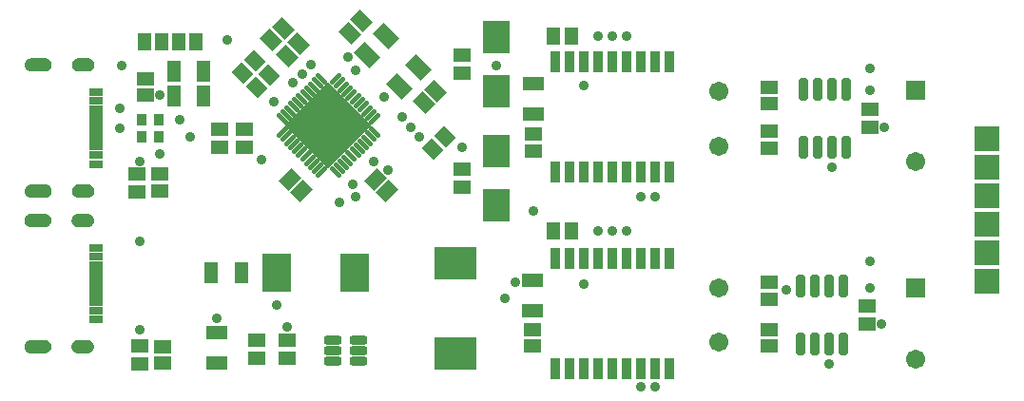
<source format=gbr>
%TF.GenerationSoftware,Altium Limited,Altium Designer,22.1.2 (22)*%
G04 Layer_Color=8388736*
%FSLAX44Y44*%
%MOMM*%
%TF.SameCoordinates,D2A5B157-11BA-4D30-A4C3-CA4352B12235*%
%TF.FilePolarity,Negative*%
%TF.FileFunction,Soldermask,Top*%
%TF.Part,Single*%
G01*
G75*
%TA.AperFunction,ComponentPad*%
%ADD45C,1.7032*%
%ADD46R,1.7032X1.7032*%
%ADD47R,2.2032X2.2032*%
%TA.AperFunction,ViaPad*%
%ADD48C,0.9032*%
%TA.AperFunction,SMDPad,CuDef*%
%ADD54P,7.6413X4X180.0*%
G04:AMPARAMS|DCode=55|XSize=1.2132mm|YSize=0.4632mm|CornerRadius=0.1341mm|HoleSize=0mm|Usage=FLASHONLY|Rotation=135.000|XOffset=0mm|YOffset=0mm|HoleType=Round|Shape=RoundedRectangle|*
%AMROUNDEDRECTD55*
21,1,1.2132,0.1950,0,0,135.0*
21,1,0.9450,0.4632,0,0,135.0*
1,1,0.2682,-0.2652,0.4031*
1,1,0.2682,0.4031,-0.2652*
1,1,0.2682,0.2652,-0.4031*
1,1,0.2682,-0.4031,0.2652*
%
%ADD55ROUNDEDRECTD55*%
G04:AMPARAMS|DCode=56|XSize=0.4632mm|YSize=1.2132mm|CornerRadius=0.1341mm|HoleSize=0mm|Usage=FLASHONLY|Rotation=135.000|XOffset=0mm|YOffset=0mm|HoleType=Round|Shape=RoundedRectangle|*
%AMROUNDEDRECTD56*
21,1,0.4632,0.9450,0,0,135.0*
21,1,0.1950,1.2132,0,0,135.0*
1,1,0.2682,0.2652,0.4031*
1,1,0.2682,0.4031,0.2652*
1,1,0.2682,-0.2652,-0.4031*
1,1,0.2682,-0.4031,-0.2652*
%
%ADD56ROUNDEDRECTD56*%
G04:AMPARAMS|DCode=57|XSize=1.6032mm|YSize=1.3032mm|CornerRadius=0mm|HoleSize=0mm|Usage=FLASHONLY|Rotation=315.000|XOffset=0mm|YOffset=0mm|HoleType=Round|Shape=Rectangle|*
%AMROTATEDRECTD57*
4,1,4,-1.0276,0.1061,-0.1061,1.0276,1.0276,-0.1061,0.1061,-1.0276,-1.0276,0.1061,0.0*
%
%ADD57ROTATEDRECTD57*%

%ADD58R,1.3032X0.8032*%
%ADD59R,1.3032X0.5032*%
%ADD60R,1.2032X1.5032*%
%ADD61R,1.5032X1.2032*%
G04:AMPARAMS|DCode=62|XSize=1.9532mm|YSize=0.7932mm|CornerRadius=0.1754mm|HoleSize=0mm|Usage=FLASHONLY|Rotation=90.000|XOffset=0mm|YOffset=0mm|HoleType=Round|Shape=RoundedRectangle|*
%AMROUNDEDRECTD62*
21,1,1.9532,0.4425,0,0,90.0*
21,1,1.6025,0.7932,0,0,90.0*
1,1,0.3507,0.2213,0.8012*
1,1,0.3507,0.2213,-0.8012*
1,1,0.3507,-0.2213,-0.8012*
1,1,0.3507,-0.2213,0.8012*
%
%ADD62ROUNDEDRECTD62*%
%ADD63R,1.6032X1.3032*%
%ADD64R,1.9032X1.3032*%
%ADD65R,0.9652X1.9812*%
%ADD66R,2.4032X3.0032*%
G04:AMPARAMS|DCode=67|XSize=1.5032mm|YSize=1.2032mm|CornerRadius=0mm|HoleSize=0mm|Usage=FLASHONLY|Rotation=135.000|XOffset=0mm|YOffset=0mm|HoleType=Round|Shape=Rectangle|*
%AMROTATEDRECTD67*
4,1,4,0.9569,-0.1061,0.1061,-0.9569,-0.9569,0.1061,-0.1061,0.9569,0.9569,-0.1061,0.0*
%
%ADD67ROTATEDRECTD67*%

G04:AMPARAMS|DCode=68|XSize=1.6032mm|YSize=1.3032mm|CornerRadius=0mm|HoleSize=0mm|Usage=FLASHONLY|Rotation=225.000|XOffset=0mm|YOffset=0mm|HoleType=Round|Shape=Rectangle|*
%AMROTATEDRECTD68*
4,1,4,0.1061,1.0276,1.0276,0.1061,-0.1061,-1.0276,-1.0276,-0.1061,0.1061,1.0276,0.0*
%
%ADD68ROTATEDRECTD68*%

G04:AMPARAMS|DCode=69|XSize=1.4032mm|YSize=2.0032mm|CornerRadius=0mm|HoleSize=0mm|Usage=FLASHONLY|Rotation=45.000|XOffset=0mm|YOffset=0mm|HoleType=Round|Shape=Rectangle|*
%AMROTATEDRECTD69*
4,1,4,0.2121,-1.2044,-1.2044,0.2121,-0.2121,1.2044,1.2044,-0.2121,0.2121,-1.2044,0.0*
%
%ADD69ROTATEDRECTD69*%

%ADD70R,1.3032X1.9032*%
%ADD71R,0.9032X1.1032*%
%ADD72R,3.8032X2.8532*%
G04:AMPARAMS|DCode=73|XSize=1.5732mm|YSize=0.7932mm|CornerRadius=0.2491mm|HoleSize=0mm|Usage=FLASHONLY|Rotation=180.000|XOffset=0mm|YOffset=0mm|HoleType=Round|Shape=RoundedRectangle|*
%AMROUNDEDRECTD73*
21,1,1.5732,0.2950,0,0,180.0*
21,1,1.0750,0.7932,0,0,180.0*
1,1,0.4982,-0.5375,0.1475*
1,1,0.4982,0.5375,0.1475*
1,1,0.4982,0.5375,-0.1475*
1,1,0.4982,-0.5375,-0.1475*
%
%ADD73ROUNDEDRECTD73*%
%ADD74R,2.6032X3.5032*%
G36*
X311992Y963486D02*
X311967Y963173D01*
X311926Y962861D01*
X311869Y962552D01*
X311796Y962247D01*
X311706Y961946D01*
X311602Y961650D01*
X311481Y961360D01*
X311346Y961076D01*
X311196Y960800D01*
X311032Y960532D01*
X310854Y960273D01*
X310663Y960024D01*
X310459Y959785D01*
X310243Y959557D01*
X310015Y959341D01*
X309776Y959137D01*
X309527Y958946D01*
X309268Y958768D01*
X309000Y958604D01*
X308724Y958454D01*
X308440Y958319D01*
X308150Y958198D01*
X307854Y958094D01*
X307553Y958004D01*
X307248Y957931D01*
X306939Y957874D01*
X306627Y957833D01*
X306314Y957808D01*
X306000Y957800D01*
X300000D01*
X294000D01*
X293686Y957808D01*
X293373Y957833D01*
X293061Y957874D01*
X292753Y957931D01*
X292447Y958004D01*
X292146Y958094D01*
X291850Y958198D01*
X291560Y958319D01*
X291276Y958454D01*
X291000Y958604D01*
X290732Y958768D01*
X290473Y958946D01*
X290224Y959137D01*
X289985Y959341D01*
X289757Y959557D01*
X289541Y959785D01*
X289337Y960024D01*
X289146Y960273D01*
X288968Y960532D01*
X288804Y960800D01*
X288654Y961076D01*
X288519Y961360D01*
X288398Y961650D01*
X288294Y961946D01*
X288204Y962247D01*
X288131Y962552D01*
X288074Y962861D01*
X288033Y963173D01*
X288008Y963486D01*
X288000Y963800D01*
X288008Y964114D01*
X288033Y964427D01*
X288074Y964739D01*
X288131Y965048D01*
X288204Y965353D01*
X288294Y965654D01*
X288398Y965950D01*
X288519Y966240D01*
X288654Y966524D01*
X288804Y966800D01*
X288968Y967068D01*
X289146Y967327D01*
X289337Y967576D01*
X289541Y967815D01*
X289757Y968043D01*
X289985Y968259D01*
X290224Y968463D01*
X290473Y968654D01*
X290732Y968832D01*
X291000Y968996D01*
X291276Y969146D01*
X291560Y969281D01*
X291850Y969401D01*
X292146Y969506D01*
X292447Y969595D01*
X292753Y969669D01*
X293061Y969726D01*
X293373Y969767D01*
X293686Y969792D01*
X294000Y969800D01*
X300000D01*
X306000D01*
X306314Y969792D01*
X306627Y969767D01*
X306939Y969726D01*
X307248Y969669D01*
X307553Y969595D01*
X307854Y969506D01*
X308150Y969401D01*
X308440Y969281D01*
X308724Y969146D01*
X309000Y968996D01*
X309268Y968832D01*
X309527Y968654D01*
X309776Y968463D01*
X310015Y968259D01*
X310243Y968043D01*
X310459Y967815D01*
X310663Y967576D01*
X310854Y967327D01*
X311032Y967068D01*
X311196Y966800D01*
X311346Y966524D01*
X311481Y966240D01*
X311602Y965950D01*
X311706Y965654D01*
X311796Y965353D01*
X311869Y965048D01*
X311926Y964739D01*
X311967Y964427D01*
X311992Y964114D01*
X312000Y963800D01*
X311992Y963486D01*
D02*
G37*
G36*
X349992D02*
X349967Y963173D01*
X349926Y962861D01*
X349869Y962552D01*
X349796Y962247D01*
X349706Y961946D01*
X349602Y961650D01*
X349481Y961360D01*
X349346Y961076D01*
X349196Y960800D01*
X349032Y960532D01*
X348854Y960273D01*
X348663Y960024D01*
X348459Y959785D01*
X348243Y959557D01*
X348015Y959341D01*
X347776Y959137D01*
X347527Y958946D01*
X347268Y958768D01*
X347000Y958604D01*
X346724Y958454D01*
X346440Y958319D01*
X346150Y958198D01*
X345854Y958094D01*
X345553Y958004D01*
X345247Y957931D01*
X344939Y957874D01*
X344627Y957833D01*
X344314Y957808D01*
X344000Y957800D01*
X336000D01*
X335686Y957808D01*
X335373Y957833D01*
X335061Y957874D01*
X334753Y957931D01*
X334447Y958004D01*
X334146Y958094D01*
X333850Y958198D01*
X333560Y958319D01*
X333276Y958454D01*
X333000Y958604D01*
X332732Y958768D01*
X332473Y958946D01*
X332224Y959137D01*
X331985Y959341D01*
X331757Y959557D01*
X331541Y959785D01*
X331337Y960024D01*
X331146Y960273D01*
X330968Y960532D01*
X330804Y960800D01*
X330654Y961076D01*
X330519Y961360D01*
X330398Y961650D01*
X330294Y961946D01*
X330204Y962247D01*
X330131Y962552D01*
X330074Y962861D01*
X330033Y963173D01*
X330008Y963486D01*
X330000Y963800D01*
X330008Y964114D01*
X330033Y964427D01*
X330074Y964739D01*
X330131Y965048D01*
X330204Y965353D01*
X330294Y965654D01*
X330398Y965950D01*
X330519Y966240D01*
X330654Y966524D01*
X330804Y966800D01*
X330968Y967068D01*
X331146Y967327D01*
X331337Y967576D01*
X331541Y967815D01*
X331757Y968043D01*
X331985Y968259D01*
X332224Y968463D01*
X332473Y968654D01*
X332732Y968832D01*
X333000Y968996D01*
X333276Y969146D01*
X333560Y969281D01*
X333850Y969401D01*
X334146Y969506D01*
X334447Y969595D01*
X334753Y969669D01*
X335061Y969726D01*
X335373Y969767D01*
X335686Y969792D01*
X336000Y969800D01*
X344000D01*
X344314Y969792D01*
X344627Y969767D01*
X344939Y969726D01*
X345247Y969669D01*
X345553Y969595D01*
X345854Y969506D01*
X346150Y969401D01*
X346440Y969281D01*
X346724Y969146D01*
X347000Y968996D01*
X347268Y968832D01*
X347527Y968654D01*
X347776Y968463D01*
X348015Y968259D01*
X348243Y968043D01*
X348459Y967815D01*
X348663Y967576D01*
X348854Y967327D01*
X349032Y967068D01*
X349196Y966800D01*
X349346Y966524D01*
X349481Y966240D01*
X349602Y965950D01*
X349706Y965654D01*
X349796Y965353D01*
X349869Y965048D01*
X349926Y964739D01*
X349967Y964427D01*
X349992Y964114D01*
X350000Y963800D01*
X349992Y963486D01*
D02*
G37*
G36*
X311992Y1075886D02*
X311967Y1075573D01*
X311926Y1075261D01*
X311869Y1074952D01*
X311796Y1074647D01*
X311706Y1074346D01*
X311602Y1074050D01*
X311481Y1073760D01*
X311346Y1073476D01*
X311196Y1073200D01*
X311032Y1072932D01*
X310854Y1072673D01*
X310663Y1072424D01*
X310459Y1072185D01*
X310243Y1071957D01*
X310015Y1071741D01*
X309776Y1071537D01*
X309527Y1071346D01*
X309268Y1071168D01*
X309000Y1071004D01*
X308724Y1070854D01*
X308440Y1070719D01*
X308150Y1070599D01*
X307854Y1070494D01*
X307553Y1070404D01*
X307248Y1070331D01*
X306939Y1070274D01*
X306627Y1070233D01*
X306314Y1070208D01*
X306000Y1070200D01*
X294000D01*
X293686Y1070208D01*
X293373Y1070233D01*
X293061Y1070274D01*
X292753Y1070331D01*
X292447Y1070404D01*
X292146Y1070494D01*
X291850Y1070599D01*
X291560Y1070719D01*
X291276Y1070854D01*
X291000Y1071004D01*
X290732Y1071168D01*
X290473Y1071346D01*
X290224Y1071537D01*
X289985Y1071741D01*
X289757Y1071957D01*
X289541Y1072185D01*
X289337Y1072424D01*
X289146Y1072673D01*
X288968Y1072932D01*
X288804Y1073200D01*
X288654Y1073476D01*
X288519Y1073760D01*
X288398Y1074050D01*
X288294Y1074346D01*
X288204Y1074647D01*
X288131Y1074952D01*
X288074Y1075261D01*
X288033Y1075573D01*
X288008Y1075886D01*
X288000Y1076200D01*
X288008Y1076514D01*
X288033Y1076827D01*
X288074Y1077139D01*
X288131Y1077448D01*
X288204Y1077753D01*
X288294Y1078054D01*
X288398Y1078350D01*
X288519Y1078640D01*
X288654Y1078924D01*
X288804Y1079200D01*
X288968Y1079468D01*
X289146Y1079727D01*
X289337Y1079976D01*
X289541Y1080215D01*
X289757Y1080443D01*
X289985Y1080659D01*
X290224Y1080863D01*
X290473Y1081054D01*
X290732Y1081232D01*
X291000Y1081396D01*
X291276Y1081546D01*
X291560Y1081681D01*
X291850Y1081802D01*
X292146Y1081906D01*
X292447Y1081996D01*
X292753Y1082069D01*
X293061Y1082126D01*
X293373Y1082167D01*
X293686Y1082192D01*
X294000Y1082200D01*
X306000D01*
X306314Y1082192D01*
X306627Y1082167D01*
X306939Y1082126D01*
X307248Y1082069D01*
X307553Y1081996D01*
X307854Y1081906D01*
X308150Y1081802D01*
X308440Y1081681D01*
X308724Y1081546D01*
X309000Y1081396D01*
X309268Y1081232D01*
X309527Y1081054D01*
X309776Y1080863D01*
X310015Y1080659D01*
X310243Y1080443D01*
X310459Y1080215D01*
X310663Y1079976D01*
X310854Y1079727D01*
X311032Y1079468D01*
X311196Y1079200D01*
X311346Y1078924D01*
X311481Y1078640D01*
X311602Y1078350D01*
X311706Y1078054D01*
X311796Y1077753D01*
X311869Y1077448D01*
X311926Y1077139D01*
X311967Y1076827D01*
X311992Y1076514D01*
X312000Y1076200D01*
X311992Y1075886D01*
D02*
G37*
G36*
X349992D02*
X349967Y1075573D01*
X349926Y1075261D01*
X349869Y1074952D01*
X349796Y1074647D01*
X349706Y1074346D01*
X349602Y1074050D01*
X349481Y1073760D01*
X349346Y1073476D01*
X349196Y1073200D01*
X349032Y1072932D01*
X348854Y1072673D01*
X348663Y1072424D01*
X348459Y1072185D01*
X348243Y1071957D01*
X348015Y1071741D01*
X347776Y1071537D01*
X347527Y1071346D01*
X347268Y1071168D01*
X347000Y1071004D01*
X346724Y1070854D01*
X346440Y1070719D01*
X346150Y1070599D01*
X345854Y1070494D01*
X345553Y1070404D01*
X345247Y1070331D01*
X344939Y1070274D01*
X344627Y1070233D01*
X344314Y1070208D01*
X344000Y1070200D01*
X336000D01*
X335686Y1070208D01*
X335373Y1070233D01*
X335061Y1070274D01*
X334753Y1070331D01*
X334447Y1070404D01*
X334146Y1070494D01*
X333850Y1070599D01*
X333560Y1070719D01*
X333276Y1070854D01*
X333000Y1071004D01*
X332732Y1071168D01*
X332473Y1071346D01*
X332224Y1071537D01*
X331985Y1071741D01*
X331757Y1071957D01*
X331541Y1072185D01*
X331337Y1072424D01*
X331146Y1072673D01*
X330968Y1072932D01*
X330804Y1073200D01*
X330654Y1073476D01*
X330519Y1073760D01*
X330398Y1074050D01*
X330294Y1074346D01*
X330204Y1074647D01*
X330131Y1074952D01*
X330074Y1075261D01*
X330033Y1075573D01*
X330008Y1075886D01*
X330000Y1076200D01*
X330008Y1076514D01*
X330033Y1076827D01*
X330074Y1077139D01*
X330131Y1077448D01*
X330204Y1077753D01*
X330294Y1078054D01*
X330398Y1078350D01*
X330519Y1078640D01*
X330654Y1078924D01*
X330804Y1079200D01*
X330968Y1079468D01*
X331146Y1079727D01*
X331337Y1079976D01*
X331541Y1080215D01*
X331757Y1080443D01*
X331985Y1080659D01*
X332224Y1080863D01*
X332473Y1081054D01*
X332732Y1081232D01*
X333000Y1081396D01*
X333276Y1081546D01*
X333560Y1081681D01*
X333850Y1081802D01*
X334146Y1081906D01*
X334447Y1081996D01*
X334753Y1082069D01*
X335061Y1082126D01*
X335373Y1082167D01*
X335686Y1082192D01*
X336000Y1082200D01*
X344000D01*
X344314Y1082192D01*
X344627Y1082167D01*
X344939Y1082126D01*
X345247Y1082069D01*
X345553Y1081996D01*
X345854Y1081906D01*
X346150Y1081802D01*
X346440Y1081681D01*
X346724Y1081546D01*
X347000Y1081396D01*
X347268Y1081232D01*
X347527Y1081054D01*
X347776Y1080863D01*
X348015Y1080659D01*
X348243Y1080443D01*
X348459Y1080215D01*
X348663Y1079976D01*
X348854Y1079727D01*
X349032Y1079468D01*
X349196Y1079200D01*
X349346Y1078924D01*
X349481Y1078640D01*
X349602Y1078350D01*
X349706Y1078054D01*
X349796Y1077753D01*
X349869Y1077448D01*
X349926Y1077139D01*
X349967Y1076827D01*
X349992Y1076514D01*
X350000Y1076200D01*
X349992Y1075886D01*
D02*
G37*
G36*
X312352Y1102046D02*
X312327Y1101733D01*
X312286Y1101421D01*
X312229Y1101113D01*
X312156Y1100807D01*
X312066Y1100506D01*
X311961Y1100210D01*
X311841Y1099920D01*
X311706Y1099636D01*
X311556Y1099360D01*
X311392Y1099092D01*
X311214Y1098833D01*
X311023Y1098584D01*
X310819Y1098345D01*
X310603Y1098117D01*
X310375Y1097901D01*
X310136Y1097697D01*
X309887Y1097506D01*
X309628Y1097328D01*
X309360Y1097164D01*
X309084Y1097014D01*
X308800Y1096879D01*
X308510Y1096758D01*
X308214Y1096654D01*
X307913Y1096564D01*
X307607Y1096491D01*
X307299Y1096434D01*
X306987Y1096393D01*
X306674Y1096368D01*
X306360Y1096360D01*
X300360D01*
X294360D01*
X294046Y1096368D01*
X293733Y1096393D01*
X293421Y1096434D01*
X293113Y1096491D01*
X292807Y1096564D01*
X292506Y1096654D01*
X292210Y1096758D01*
X291920Y1096879D01*
X291636Y1097014D01*
X291360Y1097164D01*
X291092Y1097328D01*
X290833Y1097506D01*
X290584Y1097697D01*
X290345Y1097901D01*
X290117Y1098117D01*
X289901Y1098345D01*
X289697Y1098584D01*
X289506Y1098833D01*
X289328Y1099092D01*
X289164Y1099360D01*
X289014Y1099636D01*
X288879Y1099920D01*
X288759Y1100210D01*
X288654Y1100506D01*
X288564Y1100807D01*
X288491Y1101113D01*
X288434Y1101421D01*
X288393Y1101733D01*
X288368Y1102046D01*
X288360Y1102360D01*
X288368Y1102674D01*
X288393Y1102987D01*
X288434Y1103299D01*
X288491Y1103607D01*
X288564Y1103913D01*
X288654Y1104214D01*
X288759Y1104510D01*
X288879Y1104800D01*
X289014Y1105084D01*
X289164Y1105360D01*
X289328Y1105628D01*
X289506Y1105887D01*
X289697Y1106136D01*
X289901Y1106375D01*
X290117Y1106603D01*
X290345Y1106819D01*
X290584Y1107023D01*
X290833Y1107214D01*
X291092Y1107392D01*
X291360Y1107556D01*
X291636Y1107706D01*
X291920Y1107841D01*
X292210Y1107962D01*
X292506Y1108066D01*
X292807Y1108156D01*
X293113Y1108229D01*
X293421Y1108286D01*
X293733Y1108327D01*
X294046Y1108352D01*
X294360Y1108360D01*
X300360D01*
X306360D01*
X306674Y1108352D01*
X306987Y1108327D01*
X307299Y1108286D01*
X307607Y1108229D01*
X307913Y1108156D01*
X308214Y1108066D01*
X308510Y1107962D01*
X308800Y1107841D01*
X309084Y1107706D01*
X309360Y1107556D01*
X309628Y1107392D01*
X309887Y1107214D01*
X310136Y1107023D01*
X310375Y1106819D01*
X310603Y1106603D01*
X310819Y1106375D01*
X311023Y1106136D01*
X311214Y1105887D01*
X311392Y1105628D01*
X311556Y1105360D01*
X311706Y1105084D01*
X311841Y1104800D01*
X311961Y1104510D01*
X312066Y1104214D01*
X312156Y1103913D01*
X312229Y1103607D01*
X312286Y1103299D01*
X312327Y1102987D01*
X312352Y1102674D01*
X312360Y1102360D01*
X312352Y1102046D01*
D02*
G37*
G36*
X350352D02*
X350327Y1101733D01*
X350286Y1101421D01*
X350229Y1101113D01*
X350156Y1100807D01*
X350066Y1100506D01*
X349962Y1100210D01*
X349841Y1099920D01*
X349706Y1099636D01*
X349556Y1099360D01*
X349392Y1099092D01*
X349214Y1098833D01*
X349023Y1098584D01*
X348819Y1098345D01*
X348603Y1098117D01*
X348375Y1097901D01*
X348136Y1097697D01*
X347887Y1097506D01*
X347628Y1097328D01*
X347360Y1097164D01*
X347084Y1097014D01*
X346800Y1096879D01*
X346510Y1096758D01*
X346214Y1096654D01*
X345913Y1096564D01*
X345607Y1096491D01*
X345299Y1096434D01*
X344987Y1096393D01*
X344674Y1096368D01*
X344360Y1096360D01*
X336360D01*
X336046Y1096368D01*
X335733Y1096393D01*
X335421Y1096434D01*
X335112Y1096491D01*
X334807Y1096564D01*
X334506Y1096654D01*
X334210Y1096758D01*
X333920Y1096879D01*
X333636Y1097014D01*
X333360Y1097164D01*
X333092Y1097328D01*
X332833Y1097506D01*
X332584Y1097697D01*
X332345Y1097901D01*
X332117Y1098117D01*
X331901Y1098345D01*
X331697Y1098584D01*
X331506Y1098833D01*
X331328Y1099092D01*
X331164Y1099360D01*
X331014Y1099636D01*
X330879Y1099920D01*
X330759Y1100210D01*
X330654Y1100506D01*
X330564Y1100807D01*
X330491Y1101113D01*
X330434Y1101421D01*
X330393Y1101733D01*
X330368Y1102046D01*
X330360Y1102360D01*
X330368Y1102674D01*
X330393Y1102987D01*
X330434Y1103299D01*
X330491Y1103607D01*
X330564Y1103913D01*
X330654Y1104214D01*
X330759Y1104510D01*
X330879Y1104800D01*
X331014Y1105084D01*
X331164Y1105360D01*
X331328Y1105628D01*
X331506Y1105887D01*
X331697Y1106136D01*
X331901Y1106375D01*
X332117Y1106603D01*
X332345Y1106819D01*
X332584Y1107023D01*
X332833Y1107214D01*
X333092Y1107392D01*
X333360Y1107556D01*
X333636Y1107706D01*
X333920Y1107841D01*
X334210Y1107962D01*
X334506Y1108066D01*
X334807Y1108156D01*
X335112Y1108229D01*
X335421Y1108286D01*
X335733Y1108327D01*
X336046Y1108352D01*
X336360Y1108360D01*
X344360D01*
X344674Y1108352D01*
X344987Y1108327D01*
X345299Y1108286D01*
X345607Y1108229D01*
X345913Y1108156D01*
X346214Y1108066D01*
X346510Y1107962D01*
X346800Y1107841D01*
X347084Y1107706D01*
X347360Y1107556D01*
X347628Y1107392D01*
X347887Y1107214D01*
X348136Y1107023D01*
X348375Y1106819D01*
X348603Y1106603D01*
X348819Y1106375D01*
X349023Y1106136D01*
X349214Y1105887D01*
X349392Y1105628D01*
X349556Y1105360D01*
X349706Y1105084D01*
X349841Y1104800D01*
X349962Y1104510D01*
X350066Y1104214D01*
X350156Y1103913D01*
X350229Y1103607D01*
X350286Y1103299D01*
X350327Y1102987D01*
X350352Y1102674D01*
X350360Y1102360D01*
X350352Y1102046D01*
D02*
G37*
G36*
X312352Y1214446D02*
X312327Y1214133D01*
X312286Y1213821D01*
X312229Y1213512D01*
X312156Y1213207D01*
X312066Y1212906D01*
X311961Y1212610D01*
X311841Y1212320D01*
X311706Y1212036D01*
X311556Y1211760D01*
X311392Y1211492D01*
X311214Y1211233D01*
X311023Y1210984D01*
X310819Y1210745D01*
X310603Y1210517D01*
X310375Y1210301D01*
X310136Y1210097D01*
X309887Y1209906D01*
X309628Y1209728D01*
X309360Y1209564D01*
X309084Y1209414D01*
X308800Y1209279D01*
X308510Y1209158D01*
X308214Y1209054D01*
X307913Y1208964D01*
X307607Y1208891D01*
X307299Y1208834D01*
X306987Y1208793D01*
X306674Y1208768D01*
X306360Y1208760D01*
X294360D01*
X294046Y1208768D01*
X293733Y1208793D01*
X293421Y1208834D01*
X293113Y1208891D01*
X292807Y1208964D01*
X292506Y1209054D01*
X292210Y1209158D01*
X291920Y1209279D01*
X291636Y1209414D01*
X291360Y1209564D01*
X291092Y1209728D01*
X290833Y1209906D01*
X290584Y1210097D01*
X290345Y1210301D01*
X290117Y1210517D01*
X289901Y1210745D01*
X289697Y1210984D01*
X289506Y1211233D01*
X289328Y1211492D01*
X289164Y1211760D01*
X289014Y1212036D01*
X288879Y1212320D01*
X288759Y1212610D01*
X288654Y1212906D01*
X288564Y1213207D01*
X288491Y1213512D01*
X288434Y1213821D01*
X288393Y1214133D01*
X288368Y1214446D01*
X288360Y1214760D01*
X288368Y1215074D01*
X288393Y1215387D01*
X288434Y1215699D01*
X288491Y1216007D01*
X288564Y1216313D01*
X288654Y1216614D01*
X288759Y1216910D01*
X288879Y1217200D01*
X289014Y1217484D01*
X289164Y1217760D01*
X289328Y1218028D01*
X289506Y1218287D01*
X289697Y1218536D01*
X289901Y1218775D01*
X290117Y1219003D01*
X290345Y1219219D01*
X290584Y1219423D01*
X290833Y1219614D01*
X291092Y1219792D01*
X291360Y1219956D01*
X291636Y1220106D01*
X291920Y1220241D01*
X292210Y1220361D01*
X292506Y1220466D01*
X292807Y1220555D01*
X293113Y1220629D01*
X293421Y1220686D01*
X293733Y1220727D01*
X294046Y1220752D01*
X294360Y1220760D01*
X306360D01*
X306674Y1220752D01*
X306987Y1220727D01*
X307299Y1220686D01*
X307607Y1220629D01*
X307913Y1220555D01*
X308214Y1220466D01*
X308510Y1220361D01*
X308800Y1220241D01*
X309084Y1220106D01*
X309360Y1219956D01*
X309628Y1219792D01*
X309887Y1219614D01*
X310136Y1219423D01*
X310375Y1219219D01*
X310603Y1219003D01*
X310819Y1218775D01*
X311023Y1218536D01*
X311214Y1218287D01*
X311392Y1218028D01*
X311556Y1217760D01*
X311706Y1217484D01*
X311841Y1217200D01*
X311961Y1216910D01*
X312066Y1216614D01*
X312156Y1216313D01*
X312229Y1216007D01*
X312286Y1215699D01*
X312327Y1215387D01*
X312352Y1215074D01*
X312360Y1214760D01*
X312352Y1214446D01*
D02*
G37*
G36*
X350352D02*
X350327Y1214133D01*
X350286Y1213821D01*
X350229Y1213512D01*
X350156Y1213207D01*
X350066Y1212906D01*
X349962Y1212610D01*
X349841Y1212320D01*
X349706Y1212036D01*
X349556Y1211760D01*
X349392Y1211492D01*
X349214Y1211233D01*
X349023Y1210984D01*
X348819Y1210745D01*
X348603Y1210517D01*
X348375Y1210301D01*
X348136Y1210097D01*
X347887Y1209906D01*
X347628Y1209728D01*
X347360Y1209564D01*
X347084Y1209414D01*
X346800Y1209279D01*
X346510Y1209158D01*
X346214Y1209054D01*
X345913Y1208964D01*
X345607Y1208891D01*
X345299Y1208834D01*
X344987Y1208793D01*
X344674Y1208768D01*
X344360Y1208760D01*
X336360D01*
X336046Y1208768D01*
X335733Y1208793D01*
X335421Y1208834D01*
X335112Y1208891D01*
X334807Y1208964D01*
X334506Y1209054D01*
X334210Y1209158D01*
X333920Y1209279D01*
X333636Y1209414D01*
X333360Y1209564D01*
X333092Y1209728D01*
X332833Y1209906D01*
X332584Y1210097D01*
X332345Y1210301D01*
X332117Y1210517D01*
X331901Y1210745D01*
X331697Y1210984D01*
X331506Y1211233D01*
X331328Y1211492D01*
X331164Y1211760D01*
X331014Y1212036D01*
X330879Y1212320D01*
X330759Y1212610D01*
X330654Y1212906D01*
X330564Y1213207D01*
X330491Y1213512D01*
X330434Y1213821D01*
X330393Y1214133D01*
X330368Y1214446D01*
X330360Y1214760D01*
X330368Y1215074D01*
X330393Y1215387D01*
X330434Y1215699D01*
X330491Y1216007D01*
X330564Y1216313D01*
X330654Y1216614D01*
X330759Y1216910D01*
X330879Y1217200D01*
X331014Y1217484D01*
X331164Y1217760D01*
X331328Y1218028D01*
X331506Y1218287D01*
X331697Y1218536D01*
X331901Y1218775D01*
X332117Y1219003D01*
X332345Y1219219D01*
X332584Y1219423D01*
X332833Y1219614D01*
X333092Y1219792D01*
X333360Y1219956D01*
X333636Y1220106D01*
X333920Y1220241D01*
X334210Y1220361D01*
X334506Y1220466D01*
X334807Y1220555D01*
X335112Y1220629D01*
X335421Y1220686D01*
X335733Y1220727D01*
X336046Y1220752D01*
X336360Y1220760D01*
X344360D01*
X344674Y1220752D01*
X344987Y1220727D01*
X345299Y1220686D01*
X345607Y1220629D01*
X345913Y1220555D01*
X346214Y1220466D01*
X346510Y1220361D01*
X346800Y1220241D01*
X347084Y1220106D01*
X347360Y1219956D01*
X347628Y1219792D01*
X347887Y1219614D01*
X348136Y1219423D01*
X348375Y1219219D01*
X348603Y1219003D01*
X348819Y1218775D01*
X349023Y1218536D01*
X349214Y1218287D01*
X349392Y1218028D01*
X349556Y1217760D01*
X349706Y1217484D01*
X349841Y1217200D01*
X349962Y1216910D01*
X350066Y1216614D01*
X350156Y1216313D01*
X350229Y1216007D01*
X350286Y1215699D01*
X350327Y1215387D01*
X350352Y1215074D01*
X350360Y1214760D01*
X350352Y1214446D01*
D02*
G37*
D45*
X906780Y1016270D02*
D03*
Y967470D02*
D03*
X1082040Y952500D02*
D03*
X906780Y1191260D02*
D03*
Y1142460D02*
D03*
X1082040Y1129030D02*
D03*
D46*
Y1016000D02*
D03*
Y1192530D02*
D03*
D47*
X1145540Y1022350D02*
D03*
Y1149350D02*
D03*
Y1123950D02*
D03*
Y1098550D02*
D03*
Y1073150D02*
D03*
Y1047750D02*
D03*
D48*
X391000Y1058000D02*
D03*
X849630Y928370D02*
D03*
X836930D02*
D03*
X426720Y1165860D02*
D03*
X741680Y1084580D02*
D03*
X373380Y1158240D02*
D03*
X716280Y1007110D02*
D03*
X966470Y1014730D02*
D03*
X459740Y989330D02*
D03*
X725170Y1021080D02*
D03*
X1007110Y1123950D02*
D03*
X1004570Y948690D02*
D03*
X1054100Y1159510D02*
D03*
X1051560Y984250D02*
D03*
X1041400Y1016000D02*
D03*
Y1192530D02*
D03*
Y1040130D02*
D03*
Y1211580D02*
D03*
X535940Y1206500D02*
D03*
X527050Y1198880D02*
D03*
X373380Y1176020D02*
D03*
X408940Y1135380D02*
D03*
X391160Y1129030D02*
D03*
X608330Y1186180D02*
D03*
X640080Y1150620D02*
D03*
X632460Y1159510D02*
D03*
X624840Y1168400D02*
D03*
X612140Y1121410D02*
D03*
X582930Y1097280D02*
D03*
X580390Y1108710D02*
D03*
X568960Y1092200D02*
D03*
X468630Y1236980D02*
D03*
X391160Y979170D02*
D03*
X543560Y1215390D02*
D03*
X374650Y1214120D02*
D03*
X678180Y1141730D02*
D03*
X708660Y1214120D02*
D03*
X499110Y1130300D02*
D03*
X408480Y1187570D02*
D03*
X849630Y1097280D02*
D03*
X836930D02*
D03*
X786130Y1019810D02*
D03*
Y1196340D02*
D03*
X510540Y1182370D02*
D03*
X824230Y1066800D02*
D03*
X811530D02*
D03*
X798830D02*
D03*
X824230Y1240790D02*
D03*
X811530D02*
D03*
X798830D02*
D03*
X435610Y1150620D02*
D03*
X576580Y1221740D02*
D03*
X582930Y1210310D02*
D03*
X599440Y1129030D02*
D03*
X513080Y1000760D02*
D03*
X521970Y981710D02*
D03*
D54*
X558800Y1160780D02*
D03*
D55*
X517364Y1166861D02*
D03*
X520899Y1170397D02*
D03*
X524435Y1173932D02*
D03*
X527970Y1177468D02*
D03*
X531506Y1181003D02*
D03*
X535041Y1184539D02*
D03*
X538577Y1188074D02*
D03*
X542112Y1191610D02*
D03*
X545648Y1195145D02*
D03*
X549183Y1198681D02*
D03*
X552719Y1202216D02*
D03*
X600237Y1154699D02*
D03*
X596701Y1151163D02*
D03*
X593165Y1147628D02*
D03*
X589630Y1144092D02*
D03*
X586094Y1140557D02*
D03*
X582559Y1137021D02*
D03*
X579023Y1133486D02*
D03*
X575488Y1129950D02*
D03*
X571952Y1126415D02*
D03*
X568417Y1122879D02*
D03*
X564881Y1119343D02*
D03*
D56*
X552719D02*
D03*
X549183Y1122879D02*
D03*
X545648Y1126415D02*
D03*
X542112Y1129950D02*
D03*
X538577Y1133486D02*
D03*
X535041Y1137021D02*
D03*
X531506Y1140557D02*
D03*
X527970Y1144092D02*
D03*
X524435Y1147628D02*
D03*
X520899Y1151163D02*
D03*
X517364Y1154699D02*
D03*
X564881Y1202216D02*
D03*
X568417Y1198681D02*
D03*
X571952Y1195145D02*
D03*
X575488Y1191610D02*
D03*
X579023Y1188074D02*
D03*
X582559Y1184539D02*
D03*
X586094Y1181003D02*
D03*
X589630Y1177468D02*
D03*
X593165Y1173932D02*
D03*
X596701Y1170397D02*
D03*
X600237Y1166861D02*
D03*
D57*
X518383Y1247363D02*
D03*
X507777Y1236757D02*
D03*
X521747Y1222787D02*
D03*
X532353Y1233393D02*
D03*
X577627Y1243107D02*
D03*
X588233Y1253713D02*
D03*
X654273Y1191483D02*
D03*
X643667Y1180877D02*
D03*
D58*
X351500Y1052000D02*
D03*
Y1044000D02*
D03*
Y996000D02*
D03*
Y988000D02*
D03*
X351860Y1190560D02*
D03*
Y1182560D02*
D03*
Y1134560D02*
D03*
Y1126560D02*
D03*
D59*
X351500Y1037500D02*
D03*
Y1032500D02*
D03*
Y1027500D02*
D03*
Y1022500D02*
D03*
Y1017500D02*
D03*
Y1012500D02*
D03*
Y1007500D02*
D03*
Y1002500D02*
D03*
X351860Y1176060D02*
D03*
Y1171060D02*
D03*
Y1166060D02*
D03*
Y1161060D02*
D03*
Y1156060D02*
D03*
Y1151060D02*
D03*
Y1146060D02*
D03*
Y1141060D02*
D03*
D60*
X775080Y1066800D02*
D03*
X759080D02*
D03*
X425070Y1235710D02*
D03*
X441070D02*
D03*
X394590D02*
D03*
X410590D02*
D03*
X775080Y1240790D02*
D03*
X759080D02*
D03*
D61*
X1038860Y983870D02*
D03*
Y999870D02*
D03*
X678180Y1105790D02*
D03*
Y1121790D02*
D03*
Y1207390D02*
D03*
Y1223390D02*
D03*
X1041400Y1159130D02*
D03*
Y1175130D02*
D03*
X388620Y1101980D02*
D03*
Y1117980D02*
D03*
X483870Y1157350D02*
D03*
Y1141350D02*
D03*
X462280Y1157350D02*
D03*
Y1141350D02*
D03*
X521970Y953390D02*
D03*
Y969390D02*
D03*
X495300Y953390D02*
D03*
Y969390D02*
D03*
X391160Y964310D02*
D03*
Y948310D02*
D03*
D62*
X979170Y1017720D02*
D03*
X991870D02*
D03*
X1004570D02*
D03*
X1017270D02*
D03*
Y966020D02*
D03*
X1004570D02*
D03*
X991870D02*
D03*
X979170D02*
D03*
X981710Y1192980D02*
D03*
X994410D02*
D03*
X1007110D02*
D03*
X1019810D02*
D03*
Y1141280D02*
D03*
X1007110D02*
D03*
X994410D02*
D03*
X981710D02*
D03*
D63*
X951230Y1020960D02*
D03*
Y1005960D02*
D03*
X951230Y964050D02*
D03*
Y979050D02*
D03*
X740410Y964050D02*
D03*
Y979050D02*
D03*
X741680Y1138040D02*
D03*
Y1153040D02*
D03*
X951230Y1194950D02*
D03*
Y1179950D02*
D03*
X951230Y1140580D02*
D03*
Y1155580D02*
D03*
X408940Y1117480D02*
D03*
Y1102480D02*
D03*
X411480Y948810D02*
D03*
Y963810D02*
D03*
X396240Y1187570D02*
D03*
Y1202570D02*
D03*
D64*
X740410Y996150D02*
D03*
Y1023150D02*
D03*
X741680Y1171410D02*
D03*
Y1198410D02*
D03*
X459740Y976160D02*
D03*
Y949160D02*
D03*
D65*
X760730Y1042289D02*
D03*
X773430D02*
D03*
X786130D02*
D03*
X798830D02*
D03*
X811530D02*
D03*
X824230D02*
D03*
X836930D02*
D03*
X849630D02*
D03*
X862330D02*
D03*
Y943991D02*
D03*
X849630D02*
D03*
X836930D02*
D03*
X824230D02*
D03*
X811530D02*
D03*
X798830D02*
D03*
X786130D02*
D03*
X773430D02*
D03*
X760730D02*
D03*
Y1217549D02*
D03*
X773430D02*
D03*
X786130D02*
D03*
X798830D02*
D03*
X811530D02*
D03*
X824230D02*
D03*
X836930D02*
D03*
X849630D02*
D03*
X862330D02*
D03*
Y1119251D02*
D03*
X849630D02*
D03*
X836930D02*
D03*
X824230D02*
D03*
X811530D02*
D03*
X798830D02*
D03*
X786130D02*
D03*
X773430D02*
D03*
X760730D02*
D03*
D66*
X708660Y1089790D02*
D03*
Y1137790D02*
D03*
Y1191390D02*
D03*
Y1239390D02*
D03*
D67*
X506037Y1205807D02*
D03*
X494723Y1194493D02*
D03*
X493337Y1218507D02*
D03*
X482023Y1207193D02*
D03*
X651343Y1139343D02*
D03*
X662657Y1150657D02*
D03*
D68*
X524287Y1112743D02*
D03*
X534893Y1102137D02*
D03*
X600487Y1112743D02*
D03*
X611093Y1102137D02*
D03*
D69*
X610293Y1240557D02*
D03*
X638577Y1212273D02*
D03*
X621607Y1195303D02*
D03*
X593323Y1223587D02*
D03*
D70*
X420840Y1209040D02*
D03*
X447840D02*
D03*
Y1187450D02*
D03*
X420840D02*
D03*
X454500Y1030000D02*
D03*
X481500D02*
D03*
D71*
X392550Y1165860D02*
D03*
X407550D02*
D03*
X392550Y1150620D02*
D03*
X407550D02*
D03*
D72*
X671830Y1038470D02*
D03*
Y957970D02*
D03*
D73*
X585740Y969620D02*
D03*
Y960120D02*
D03*
Y950620D02*
D03*
X562340D02*
D03*
Y960120D02*
D03*
Y969620D02*
D03*
D74*
X512620Y1029970D02*
D03*
X582120D02*
D03*
%TF.MD5,16cd58e7764887f4637bf0eaee2f16c6*%
M02*

</source>
